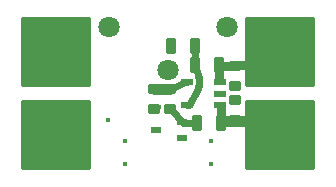
<source format=gbl>
G04*
G04 #@! TF.GenerationSoftware,Altium Limited,Altium Designer,21.9.2 (33)*
G04*
G04 Layer_Physical_Order=4*
G04 Layer_Color=16711680*
%FSLAX25Y25*%
%MOIN*%
G70*
G04*
G04 #@! TF.SameCoordinates,E2E37F34-45BF-43D2-A38E-C68E023C1027*
G04*
G04*
G04 #@! TF.FilePolarity,Positive*
G04*
G01*
G75*
G04:AMPARAMS|DCode=17|XSize=39.37mil|YSize=35.43mil|CornerRadius=4.43mil|HoleSize=0mil|Usage=FLASHONLY|Rotation=180.000|XOffset=0mil|YOffset=0mil|HoleType=Round|Shape=RoundedRectangle|*
%AMROUNDEDRECTD17*
21,1,0.03937,0.02657,0,0,180.0*
21,1,0.03051,0.03543,0,0,180.0*
1,1,0.00886,-0.01526,0.01329*
1,1,0.00886,0.01526,0.01329*
1,1,0.00886,0.01526,-0.01329*
1,1,0.00886,-0.01526,-0.01329*
%
%ADD17ROUNDEDRECTD17*%
G04:AMPARAMS|DCode=27|XSize=236.22mil|YSize=236.22mil|CornerRadius=11.81mil|HoleSize=0mil|Usage=FLASHONLY|Rotation=180.000|XOffset=0mil|YOffset=0mil|HoleType=Round|Shape=RoundedRectangle|*
%AMROUNDEDRECTD27*
21,1,0.23622,0.21260,0,0,180.0*
21,1,0.21260,0.23622,0,0,180.0*
1,1,0.02362,-0.10630,0.10630*
1,1,0.02362,0.10630,0.10630*
1,1,0.02362,0.10630,-0.10630*
1,1,0.02362,-0.10630,-0.10630*
%
%ADD27ROUNDEDRECTD27*%
%ADD28C,0.07087*%
%ADD29C,0.01772*%
%ADD30C,0.02362*%
%ADD31C,0.02362*%
G04:AMPARAMS|DCode=32|XSize=51.18mil|YSize=31.5mil|CornerRadius=3.94mil|HoleSize=0mil|Usage=FLASHONLY|Rotation=90.000|XOffset=0mil|YOffset=0mil|HoleType=Round|Shape=RoundedRectangle|*
%AMROUNDEDRECTD32*
21,1,0.05118,0.02362,0,0,90.0*
21,1,0.04331,0.03150,0,0,90.0*
1,1,0.00787,0.01181,0.02165*
1,1,0.00787,0.01181,-0.02165*
1,1,0.00787,-0.01181,-0.02165*
1,1,0.00787,-0.01181,0.02165*
%
%ADD32ROUNDEDRECTD32*%
%ADD33R,0.03543X0.01968*%
%ADD34R,0.03937X0.02362*%
%ADD35C,0.03150*%
%ADD36C,0.03543*%
D17*
X50787Y27756D02*
D03*
Y21063D02*
D03*
X45276Y27756D02*
D03*
Y21063D02*
D03*
X72441Y24213D02*
D03*
Y17520D02*
D03*
Y35630D02*
D03*
Y28937D02*
D03*
D27*
X12598Y40157D02*
D03*
X87402D02*
D03*
X12598Y12598D02*
D03*
X87402Y12598D02*
D03*
D28*
X50000Y34252D02*
D03*
X69685Y48425D02*
D03*
X30315D02*
D03*
D29*
X47146Y21925D02*
D03*
X72441Y28937D02*
D03*
X51181Y42126D02*
D03*
X55709Y11614D02*
D03*
X64370Y10492D02*
D03*
Y2894D02*
D03*
X35630D02*
D03*
Y10492D02*
D03*
X45276Y27756D02*
D03*
X30118Y17520D02*
D03*
X72441Y24213D02*
D03*
X67224Y26378D02*
D03*
D30*
X54434Y17177D02*
D03*
D31*
X55110Y16643D02*
G03*
X55804Y16535I704J2255D01*
G01*
X55857D02*
G03*
X55859Y16535I10J2362D01*
G01*
X60096Y27997D02*
G03*
X60335Y28937I-1730J939D01*
G01*
Y31299D02*
G03*
X60246Y31883I-1969J0D01*
G01*
X50787Y27756D02*
X51575Y28346D01*
X55610Y30118D02*
X56398D01*
X51575Y28346D02*
X55610Y30118D01*
X56398Y22638D02*
X57185D01*
X59055Y35827D02*
Y40748D01*
X60335Y28937D02*
Y31299D01*
X50787Y21063D02*
X51575Y20472D01*
X54823Y16732D02*
X55110Y16643D01*
X55804Y16535D02*
X55857D01*
X55859D02*
X59842D01*
X51575Y20472D02*
X54434Y17177D01*
X54434Y17177D02*
X54823Y16732D01*
X59449Y34449D02*
X60246Y31883D01*
X59055Y35827D02*
X59449Y34449D01*
X57185Y22638D02*
X60096Y27997D01*
X59055Y40748D02*
X59055Y42126D01*
D32*
X66929Y35827D02*
D03*
X59055D02*
D03*
X59055Y42126D02*
D03*
X51181D02*
D03*
X67716Y16535D02*
D03*
X59842D02*
D03*
D33*
X54823Y16732D02*
D03*
Y11614D02*
D03*
X45965Y14173D02*
D03*
D34*
X67224Y26378D02*
D03*
Y30118D02*
D03*
Y22638D02*
D03*
X56398Y30118D02*
D03*
Y22638D02*
D03*
D35*
X67716Y21977D02*
X67716Y16535D01*
X73228Y35827D02*
X77165D01*
X72835Y35630D02*
X73228Y35827D01*
X77165D02*
X87402Y40157D01*
X67323Y35630D02*
X72835Y35630D01*
X66929Y31099D02*
Y35827D01*
D36*
X68799Y17323D02*
X72835Y17323D01*
X73032Y17323D02*
X77362D01*
X72835Y17323D02*
X73032Y17323D01*
X77362D02*
X87402Y12598D01*
X45276Y27756D02*
Y27756D01*
X50591Y27756D02*
X50787Y27756D01*
X45276Y27756D02*
X50591D01*
M02*

</source>
